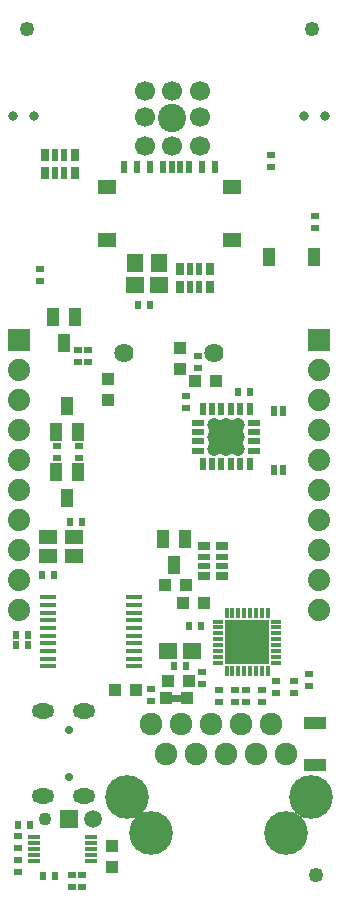
<source format=gbr>
G04 #@! TF.GenerationSoftware,KiCad,Pcbnew,6.0.0-rc1-unknown-0cca1c6~65~ubuntu16.04.1*
G04 #@! TF.CreationDate,2018-08-03T14:11:54+03:00*
G04 #@! TF.ProjectId,ESP32-PoE_Rev_B,45535033322D506F455F5265765F422E,B*
G04 #@! TF.SameCoordinates,Original*
G04 #@! TF.FileFunction,Soldermask,Bot*
G04 #@! TF.FilePolarity,Negative*
%FSLAX46Y46*%
G04 Gerber Fmt 4.6, Leading zero omitted, Abs format (unit mm)*
G04 Created by KiCad (PCBNEW 6.0.0-rc1-unknown-0cca1c6~65~ubuntu16.04.1) date Fri Aug  3 14:11:54 2018*
%MOMM*%
%LPD*%
G01*
G04 APERTURE LIST*
%ADD10C,0.609600*%
%ADD11C,0.801600*%
%ADD12C,1.625600*%
%ADD13R,0.736600X1.117600*%
%ADD14R,0.482600X1.117600*%
%ADD15C,1.700000*%
%ADD16C,2.400000*%
%ADD17R,1.101600X1.501600*%
%ADD18R,1.117600X1.117600*%
%ADD19R,0.651600X0.601600*%
%ADD20R,1.101600X0.501600*%
%ADD21R,0.501600X1.101600*%
%ADD22R,2.901600X2.901600*%
%ADD23C,1.200000*%
%ADD24R,3.701600X3.701600*%
%ADD25R,0.800000X0.800000*%
%ADD26R,1.822400X1.822400*%
%ADD27R,0.351600X0.901600*%
%ADD28R,0.901600X0.351600*%
%ADD29R,0.601600X0.651600*%
%ADD30R,1.101600X0.351600*%
%ADD31R,1.625600X1.371600*%
%ADD32R,1.117600X0.482600*%
%ADD33R,1.117600X0.736600*%
%ADD34C,0.701600*%
%ADD35O,1.901600X1.301600*%
%ADD36C,1.101600*%
%ADD37R,0.609600X0.863600*%
%ADD38C,1.924000*%
%ADD39C,3.700000*%
%ADD40R,0.601600X1.101600*%
%ADD41R,1.601600X1.301600*%
%ADD42R,1.879600X1.117600*%
%ADD43R,1.371600X0.426600*%
%ADD44C,1.879600*%
%ADD45R,1.879600X1.879600*%
%ADD46R,1.501600X1.301600*%
%ADD47C,1.254000*%
%ADD48R,1.501600X1.501600*%
%ADD49C,1.501600*%
%ADD50R,1.371600X1.625600*%
G04 APERTURE END LIST*
D10*
G04 #@! TO.C,R7*
X105275000Y-153543000D02*
X104275000Y-153543000D01*
G04 #@! TD*
D11*
G04 #@! TO.C,BUT1*
X117359000Y-104267000D03*
X115559000Y-104267000D03*
G04 #@! TD*
G04 #@! TO.C,RST1*
X90921000Y-104267000D03*
X92721000Y-104267000D03*
G04 #@! TD*
D12*
G04 #@! TO.C,UEXT1*
X100330000Y-124333000D03*
X107950000Y-124333000D03*
G04 #@! TD*
D13*
G04 #@! TO.C,RM3*
X105029000Y-118745000D03*
X105029000Y-117221000D03*
X107569000Y-118745000D03*
X107569000Y-117221000D03*
D14*
X105918000Y-118745000D03*
X106680000Y-118745000D03*
X105918000Y-117221000D03*
X106680000Y-117221000D03*
G04 #@! TD*
D15*
G04 #@! TO.C,U9*
X102099600Y-106834800D03*
D16*
X104411000Y-104498000D03*
D15*
X106773200Y-106834800D03*
X102099600Y-102135800D03*
X106773200Y-102135800D03*
X104411000Y-102135800D03*
X104411000Y-106834800D03*
X102099600Y-104371000D03*
X106773200Y-104371000D03*
G04 #@! TD*
D17*
G04 #@! TO.C,T1*
X94300040Y-121320560D03*
X96202500Y-121320560D03*
X95247460Y-123530360D03*
G04 #@! TD*
D18*
G04 #@! TO.C,R38*
X108077000Y-126746000D03*
X106299000Y-126746000D03*
G04 #@! TD*
D19*
G04 #@! TO.C,R20*
X96520000Y-132207000D03*
X96520000Y-133223000D03*
G04 #@! TD*
G04 #@! TO.C,R21*
X94615000Y-133223000D03*
X94615000Y-132207000D03*
G04 #@! TD*
D20*
G04 #@! TO.C,U8*
X106616000Y-132645000D03*
X106616000Y-131845000D03*
X106616000Y-131045000D03*
X106616000Y-130245000D03*
D21*
X106966000Y-129095000D03*
X107766000Y-129095000D03*
X108566000Y-129095000D03*
X109366000Y-129095000D03*
X110166000Y-129095000D03*
X110966000Y-129095000D03*
D20*
X111316000Y-130245000D03*
X111316000Y-131045000D03*
X111316000Y-131845000D03*
X111316000Y-132645000D03*
D21*
X110966000Y-133795000D03*
X110166000Y-133795000D03*
X109366000Y-133795000D03*
X108566000Y-133795000D03*
X107766000Y-133795000D03*
X106966000Y-133795000D03*
D22*
X108966000Y-131445000D03*
D23*
X107966000Y-132445000D03*
X108966000Y-132445000D03*
X109966000Y-132445000D03*
X107966000Y-131445000D03*
X108966000Y-131445000D03*
X109966000Y-131445000D03*
X108966000Y-130445000D03*
X107966000Y-130445000D03*
X109966000Y-130445000D03*
G04 #@! TD*
D24*
G04 #@! TO.C,U4*
X110744000Y-148844000D03*
D25*
X112044000Y-149344000D03*
X112044000Y-148344000D03*
X111244000Y-147544000D03*
X110244000Y-147544000D03*
X109444000Y-148344000D03*
X109444000Y-149344000D03*
X110244000Y-150144000D03*
X111244000Y-150144000D03*
D26*
X110744000Y-148844000D03*
D27*
X108994000Y-151294000D03*
X109494000Y-151294000D03*
X109994000Y-151294000D03*
X110494000Y-151294000D03*
X110994000Y-151294000D03*
X111494000Y-151294000D03*
X111994000Y-151294000D03*
X112494000Y-151294000D03*
D28*
X113194000Y-150594000D03*
X113194000Y-150094000D03*
X113194000Y-149594000D03*
X113194000Y-149094000D03*
X113194000Y-148594000D03*
X113194000Y-148094000D03*
X113194000Y-147594000D03*
X113194000Y-147094000D03*
D27*
X112494000Y-146394000D03*
X111994000Y-146394000D03*
X111494000Y-146394000D03*
X110994000Y-146394000D03*
X110494000Y-146394000D03*
X109994000Y-146394000D03*
X109494000Y-146394000D03*
X108994000Y-146394000D03*
D28*
X108294000Y-147094000D03*
X108294000Y-147594000D03*
X108294000Y-148094000D03*
X108294000Y-148594000D03*
X108294000Y-149094000D03*
X108294000Y-149594000D03*
X108294000Y-150094000D03*
X108294000Y-150594000D03*
G04 #@! TD*
D19*
G04 #@! TO.C,R37*
X116459000Y-113792000D03*
X116459000Y-112776000D03*
G04 #@! TD*
D17*
G04 #@! TO.C,D4*
X116400000Y-116195000D03*
X112600000Y-116195000D03*
G04 #@! TD*
D29*
G04 #@! TO.C,C5*
X93345000Y-143129000D03*
X94361000Y-143129000D03*
G04 #@! TD*
D19*
G04 #@! TO.C,R16*
X91313000Y-165227000D03*
X91313000Y-166243000D03*
G04 #@! TD*
D30*
G04 #@! TO.C,U3*
X92723000Y-165370000D03*
X92723000Y-165870000D03*
X92723000Y-166370000D03*
X92723000Y-166870000D03*
X92723000Y-167370000D03*
X97523000Y-167370000D03*
X97523000Y-166870000D03*
X97523000Y-166370000D03*
X97523000Y-165870000D03*
X97523000Y-165370000D03*
G04 #@! TD*
D31*
G04 #@! TO.C,L1*
X104013000Y-149606000D03*
X106045000Y-149606000D03*
G04 #@! TD*
D17*
G04 #@! TO.C,Q2*
X96453960Y-131028440D03*
X94551500Y-131028440D03*
X95506540Y-128818640D03*
G04 #@! TD*
D14*
G04 #@! TO.C,RM2*
X95250000Y-107569000D03*
X94488000Y-107569000D03*
X95250000Y-109093000D03*
X94488000Y-109093000D03*
D13*
X96139000Y-107569000D03*
X96139000Y-109093000D03*
X93599000Y-107569000D03*
X93599000Y-109093000D03*
G04 #@! TD*
D32*
G04 #@! TO.C,RM1*
X107061000Y-141605000D03*
X107061000Y-142367000D03*
X108585000Y-141605000D03*
X108585000Y-142367000D03*
D33*
X107061000Y-140716000D03*
X108585000Y-140716000D03*
X107061000Y-143256000D03*
X108585000Y-143256000D03*
G04 #@! TD*
D34*
G04 #@! TO.C,USB-UART1*
X95626000Y-156242000D03*
X95626000Y-160242000D03*
D35*
X93476000Y-154642000D03*
X96946000Y-154642000D03*
X96946000Y-161842000D03*
X93476000Y-161842000D03*
G04 #@! TD*
D18*
G04 #@! TO.C,C7*
X101346000Y-152908000D03*
X99568000Y-152908000D03*
G04 #@! TD*
G04 #@! TO.C,C9*
X103759000Y-144018000D03*
X105537000Y-144018000D03*
G04 #@! TD*
G04 #@! TO.C,C13*
X104013000Y-152146000D03*
X105791000Y-152146000D03*
G04 #@! TD*
G04 #@! TO.C,C17*
X105283000Y-145542000D03*
X107061000Y-145542000D03*
G04 #@! TD*
D36*
G04 #@! TO.C,THERM1*
X93599000Y-163830000D03*
G04 #@! TD*
D18*
G04 #@! TO.C,C26*
X105029000Y-125730000D03*
X105029000Y-123952000D03*
G04 #@! TD*
D37*
G04 #@! TO.C,EN_CT1*
X113792000Y-134239000D03*
X113030000Y-134239000D03*
G04 #@! TD*
G04 #@! TO.C,EN_CT2*
X113030000Y-129286000D03*
X113792000Y-129286000D03*
G04 #@! TD*
D38*
G04 #@! TO.C,LAN_CON1*
X102616000Y-155806000D03*
X103886000Y-158346000D03*
X105156000Y-155806000D03*
X106426000Y-158346000D03*
X107696000Y-155806000D03*
X108966000Y-158346000D03*
X110236000Y-155806000D03*
X111506000Y-158346000D03*
X112776000Y-155806000D03*
X114046000Y-158346000D03*
D39*
X100531000Y-161946000D03*
X116131000Y-161946000D03*
X102616000Y-164996000D03*
X114046000Y-164996000D03*
G04 #@! TD*
D40*
G04 #@! TO.C,MICRO_SD1*
X100290000Y-108587000D03*
X101390000Y-108587000D03*
X102490000Y-108587000D03*
X103590000Y-108587000D03*
X104340000Y-108587000D03*
X105040000Y-108587000D03*
X105790000Y-108587000D03*
X106890000Y-108587000D03*
X107990000Y-108587000D03*
D41*
X109440000Y-110337000D03*
X98840000Y-110337000D03*
X109440000Y-114787000D03*
X98840000Y-114787000D03*
G04 #@! TD*
D42*
G04 #@! TO.C,C2*
X116459000Y-159258000D03*
X116459000Y-155702000D03*
G04 #@! TD*
D31*
G04 #@! TO.C,L5*
X101219000Y-118618000D03*
X103251000Y-118618000D03*
G04 #@! TD*
D17*
G04 #@! TO.C,Q3*
X94554040Y-134401560D03*
X96456500Y-134401560D03*
X95501460Y-136611360D03*
G04 #@! TD*
D18*
G04 #@! TO.C,R7*
X105664000Y-153543000D03*
X103886000Y-153543000D03*
G04 #@! TD*
D43*
G04 #@! TO.C,U1*
X93916500Y-150880000D03*
X93916500Y-150230000D03*
X93916500Y-149580000D03*
X93916500Y-148930000D03*
X93916500Y-148280000D03*
X93916500Y-147630000D03*
X93916500Y-146980000D03*
X93916500Y-146330000D03*
X93916500Y-145680000D03*
X93916500Y-145030000D03*
X101155500Y-145030000D03*
X101155500Y-145680000D03*
X101155500Y-146330000D03*
X101155500Y-146980000D03*
X101155500Y-147630000D03*
X101155500Y-148280000D03*
X101155500Y-148930000D03*
X101155500Y-149580000D03*
X101155500Y-150230000D03*
X101155500Y-150880000D03*
G04 #@! TD*
D18*
G04 #@! TO.C,C1*
X99314000Y-167894000D03*
X99314000Y-166116000D03*
G04 #@! TD*
D44*
G04 #@! TO.C,EXT1*
X91440000Y-130840000D03*
X91440000Y-128300000D03*
X91440000Y-125760000D03*
D45*
X91440000Y-123220000D03*
D44*
X91440000Y-133380000D03*
X91440000Y-135920000D03*
X91440000Y-141000000D03*
X91440000Y-138460000D03*
X91440000Y-143540000D03*
X91440000Y-146080000D03*
G04 #@! TD*
G04 #@! TO.C,EXT2*
X116840000Y-146080000D03*
X116840000Y-143540000D03*
X116840000Y-138460000D03*
X116840000Y-141000000D03*
X116840000Y-135920000D03*
X116840000Y-133380000D03*
D45*
X116840000Y-123220000D03*
D44*
X116840000Y-125760000D03*
X116840000Y-128300000D03*
X116840000Y-130840000D03*
G04 #@! TD*
D17*
G04 #@! TO.C,FET3*
X103571040Y-140116560D03*
X105473500Y-140116560D03*
X104518460Y-142326360D03*
G04 #@! TD*
D46*
G04 #@! TO.C,Q1*
X96096000Y-139916000D03*
X93896000Y-141516000D03*
X93896000Y-139916000D03*
X96096000Y-141516000D03*
G04 #@! TD*
D29*
G04 #@! TO.C,C4*
X95758000Y-138684000D03*
X96774000Y-138684000D03*
G04 #@! TD*
G04 #@! TO.C,R18*
X91186000Y-149098000D03*
X92202000Y-149098000D03*
G04 #@! TD*
G04 #@! TO.C,R19*
X92202000Y-148209000D03*
X91186000Y-148209000D03*
G04 #@! TD*
D19*
G04 #@! TO.C,R2*
X96393000Y-124079000D03*
X96393000Y-125095000D03*
G04 #@! TD*
G04 #@! TO.C,R5*
X96774000Y-168529000D03*
X96774000Y-169545000D03*
G04 #@! TD*
D29*
G04 #@! TO.C,R6*
X94488000Y-168656000D03*
X93472000Y-168656000D03*
G04 #@! TD*
D19*
G04 #@! TO.C,R8*
X95885000Y-168529000D03*
X95885000Y-169545000D03*
G04 #@! TD*
G04 #@! TO.C,R10*
X109728000Y-152908000D03*
X109728000Y-153924000D03*
G04 #@! TD*
G04 #@! TO.C,R11*
X108331000Y-152908000D03*
X108331000Y-153924000D03*
G04 #@! TD*
G04 #@! TO.C,R12*
X112014000Y-152908000D03*
X112014000Y-153924000D03*
G04 #@! TD*
G04 #@! TO.C,R13*
X110617000Y-152908000D03*
X110617000Y-153924000D03*
G04 #@! TD*
G04 #@! TO.C,R14*
X114681000Y-152146000D03*
X114681000Y-153162000D03*
G04 #@! TD*
G04 #@! TO.C,R15*
X115951000Y-151511000D03*
X115951000Y-152527000D03*
G04 #@! TD*
D29*
G04 #@! TO.C,R17*
X91313000Y-164338000D03*
X92329000Y-164338000D03*
G04 #@! TD*
D19*
G04 #@! TO.C,R22*
X91313000Y-167259000D03*
X91313000Y-168275000D03*
G04 #@! TD*
G04 #@! TO.C,R26*
X106934000Y-152400000D03*
X106934000Y-151384000D03*
G04 #@! TD*
G04 #@! TO.C,R33*
X105537000Y-129032000D03*
X105537000Y-128016000D03*
G04 #@! TD*
D29*
G04 #@! TO.C,R34*
X109982000Y-127635000D03*
X110998000Y-127635000D03*
G04 #@! TD*
G04 #@! TO.C,R35*
X102489000Y-120269000D03*
X101473000Y-120269000D03*
G04 #@! TD*
D19*
G04 #@! TO.C,R40*
X112776000Y-107569000D03*
X112776000Y-108585000D03*
G04 #@! TD*
G04 #@! TO.C,R46*
X93218000Y-118237000D03*
X93218000Y-117221000D03*
G04 #@! TD*
G04 #@! TO.C,C11*
X102616000Y-152781000D03*
X102616000Y-153797000D03*
G04 #@! TD*
G04 #@! TO.C,C15*
X113157000Y-152146000D03*
X113157000Y-153162000D03*
G04 #@! TD*
D29*
G04 #@! TO.C,C16*
X104521000Y-150876000D03*
X105537000Y-150876000D03*
G04 #@! TD*
G04 #@! TO.C,C18*
X105791000Y-147447000D03*
X106807000Y-147447000D03*
G04 #@! TD*
D47*
G04 #@! TO.C,FID4*
X92075000Y-96901000D03*
G04 #@! TD*
G04 #@! TO.C,FID5*
X116205000Y-96901000D03*
G04 #@! TD*
G04 #@! TO.C,FID6*
X116586000Y-168529000D03*
G04 #@! TD*
D48*
G04 #@! TO.C,BAT1*
X95638620Y-163852860D03*
D49*
X97650300Y-163850320D03*
G04 #@! TD*
D50*
G04 #@! TO.C,C3*
X101219000Y-116713000D03*
X103251000Y-116713000D03*
G04 #@! TD*
D19*
G04 #@! TO.C,C25*
X106553000Y-125603000D03*
X106553000Y-124587000D03*
G04 #@! TD*
D18*
G04 #@! TO.C,C10*
X98958400Y-126517400D03*
X98958400Y-128295400D03*
G04 #@! TD*
D19*
G04 #@! TO.C,R3*
X97282000Y-125095000D03*
X97282000Y-124079000D03*
G04 #@! TD*
M02*

</source>
